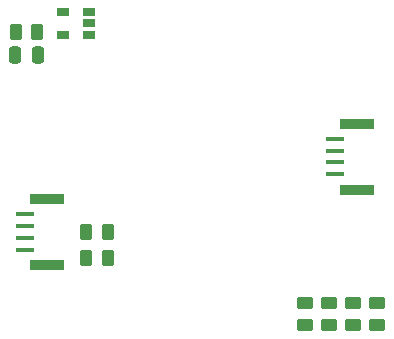
<source format=gtp>
%TF.GenerationSoftware,KiCad,Pcbnew,(6.0.11)*%
%TF.CreationDate,2023-02-10T19:10:37+09:00*%
%TF.ProjectId,PicoFightingBoard,5069636f-4669-4676-9874-696e67426f61,rev?*%
%TF.SameCoordinates,Original*%
%TF.FileFunction,Paste,Top*%
%TF.FilePolarity,Positive*%
%FSLAX46Y46*%
G04 Gerber Fmt 4.6, Leading zero omitted, Abs format (unit mm)*
G04 Created by KiCad (PCBNEW (6.0.11)) date 2023-02-10 19:10:37*
%MOMM*%
%LPD*%
G01*
G04 APERTURE LIST*
G04 Aperture macros list*
%AMRoundRect*
0 Rectangle with rounded corners*
0 $1 Rounding radius*
0 $2 $3 $4 $5 $6 $7 $8 $9 X,Y pos of 4 corners*
0 Add a 4 corners polygon primitive as box body*
4,1,4,$2,$3,$4,$5,$6,$7,$8,$9,$2,$3,0*
0 Add four circle primitives for the rounded corners*
1,1,$1+$1,$2,$3*
1,1,$1+$1,$4,$5*
1,1,$1+$1,$6,$7*
1,1,$1+$1,$8,$9*
0 Add four rect primitives between the rounded corners*
20,1,$1+$1,$2,$3,$4,$5,0*
20,1,$1+$1,$4,$5,$6,$7,0*
20,1,$1+$1,$6,$7,$8,$9,0*
20,1,$1+$1,$8,$9,$2,$3,0*%
G04 Aperture macros list end*
%ADD10RoundRect,0.249998X-0.450002X0.262502X-0.450002X-0.262502X0.450002X-0.262502X0.450002X0.262502X0*%
%ADD11RoundRect,0.249998X0.262502X0.450002X-0.262502X0.450002X-0.262502X-0.450002X0.262502X-0.450002X0*%
%ADD12R,1.060000X0.650000*%
%ADD13RoundRect,0.250000X-0.250000X-0.475000X0.250000X-0.475000X0.250000X0.475000X-0.250000X0.475000X0*%
%ADD14R,3.000000X0.900000*%
%ADD15R,1.600000X0.400000*%
G04 APERTURE END LIST*
D10*
X143129000Y-114022500D03*
X143129000Y-115847500D03*
X145161000Y-114022500D03*
X145161000Y-115847500D03*
X139065000Y-114022500D03*
X139065000Y-115847500D03*
X141097000Y-114022500D03*
X141097000Y-115847500D03*
D11*
X116431700Y-91033600D03*
X114606700Y-91033600D03*
D12*
X120800000Y-91272400D03*
X120800000Y-90322400D03*
X120800000Y-89372400D03*
X118600000Y-89372400D03*
X118600000Y-91272400D03*
D13*
X114569200Y-93014800D03*
X116469200Y-93014800D03*
D11*
X122412500Y-110200000D03*
X120587500Y-110200000D03*
X122412500Y-108000000D03*
X120587500Y-108000000D03*
D14*
X117256000Y-105200800D03*
X117256000Y-110800800D03*
D15*
X115408000Y-109493800D03*
X115408000Y-108493800D03*
X115408000Y-107493800D03*
X115408000Y-106493800D03*
D14*
X143481500Y-98800000D03*
X143481500Y-104400000D03*
D15*
X141633500Y-103093000D03*
X141633500Y-102093000D03*
X141633500Y-101093000D03*
X141633500Y-100093000D03*
M02*

</source>
